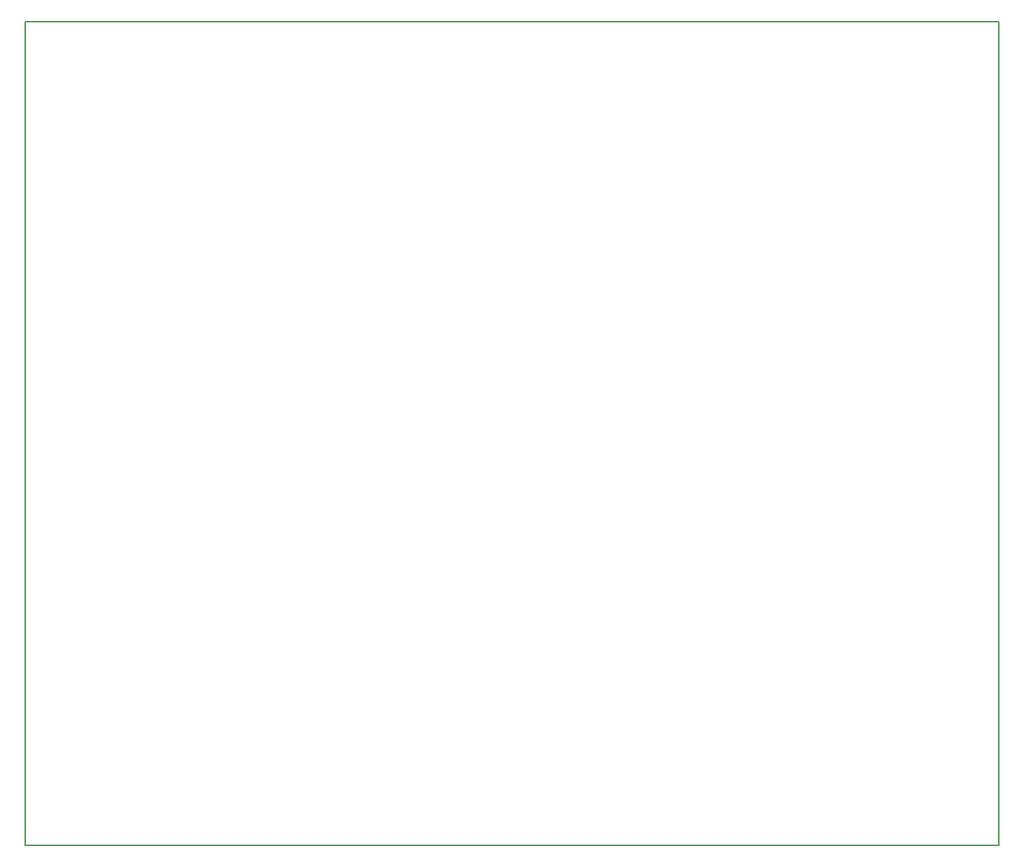
<source format=gm1>
G04 MADE WITH FRITZING*
G04 WWW.FRITZING.ORG*
G04 DOUBLE SIDED*
G04 HOLES PLATED*
G04 CONTOUR ON CENTER OF CONTOUR VECTOR*
%ASAXBY*%
%FSLAX23Y23*%
%MOIN*%
%OFA0B0*%
%SFA1.0B1.0*%
%ADD10R,4.645670X3.937010*%
%ADD11C,0.008000*%
%ADD10C,0.008*%
%LNCONTOUR*%
G90*
G70*
G54D10*
G54D11*
X11Y3926D02*
X4649Y3926D01*
X4649Y-3D01*
X11Y-3D01*
X11Y3926D01*
D02*
G04 End of contour*
M02*
</source>
